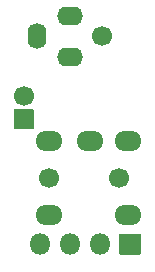
<source format=gbr>
%TF.GenerationSoftware,KiCad,Pcbnew,5.1.10*%
%TF.CreationDate,2021-05-14T23:01:05+02:00*%
%TF.ProjectId,kenwood-trrs,6b656e77-6f6f-4642-9d74-7272732e6b69,rev?*%
%TF.SameCoordinates,Original*%
%TF.FileFunction,Soldermask,Bot*%
%TF.FilePolarity,Negative*%
%FSLAX46Y46*%
G04 Gerber Fmt 4.6, Leading zero omitted, Abs format (unit mm)*
G04 Created by KiCad (PCBNEW 5.1.10) date 2021-05-14 23:01:05*
%MOMM*%
%LPD*%
G01*
G04 APERTURE LIST*
%ADD10C,1.700000*%
%ADD11O,2.300000X1.700000*%
%ADD12O,1.800000X1.800000*%
%ADD13O,2.200000X1.600000*%
%ADD14O,1.600000X2.200000*%
G04 APERTURE END LIST*
D10*
%TO.C,C1*%
X149000000Y-81820000D03*
G36*
G01*
X149800000Y-84670000D02*
X148200000Y-84670000D01*
G75*
G02*
X148150000Y-84620000I0J50000D01*
G01*
X148150000Y-83020000D01*
G75*
G02*
X148200000Y-82970000I50000J0D01*
G01*
X149800000Y-82970000D01*
G75*
G02*
X149850000Y-83020000I0J-50000D01*
G01*
X149850000Y-84620000D01*
G75*
G02*
X149800000Y-84670000I-50000J0D01*
G01*
G37*
%TD*%
%TO.C,J3*%
X157100000Y-88800000D03*
X151100000Y-88800000D03*
D11*
X157800000Y-85650000D03*
X157800000Y-91950000D03*
X154600000Y-85650000D03*
X151100000Y-85650000D03*
X151100000Y-91950000D03*
%TD*%
D12*
%TO.C,J1*%
X150380000Y-94400000D03*
X152920000Y-94400000D03*
X155460000Y-94400000D03*
G36*
G01*
X157150000Y-93500000D02*
X158850000Y-93500000D01*
G75*
G02*
X158900000Y-93550000I0J-50000D01*
G01*
X158900000Y-95250000D01*
G75*
G02*
X158850000Y-95300000I-50000J0D01*
G01*
X157150000Y-95300000D01*
G75*
G02*
X157100000Y-95250000I0J50000D01*
G01*
X157100000Y-93550000D01*
G75*
G02*
X157150000Y-93500000I50000J0D01*
G01*
G37*
%TD*%
D13*
%TO.C,J2*%
X152900000Y-75050000D03*
D14*
X150150000Y-76800000D03*
D13*
X152900000Y-78550000D03*
D10*
X155600000Y-76800000D03*
%TD*%
M02*

</source>
